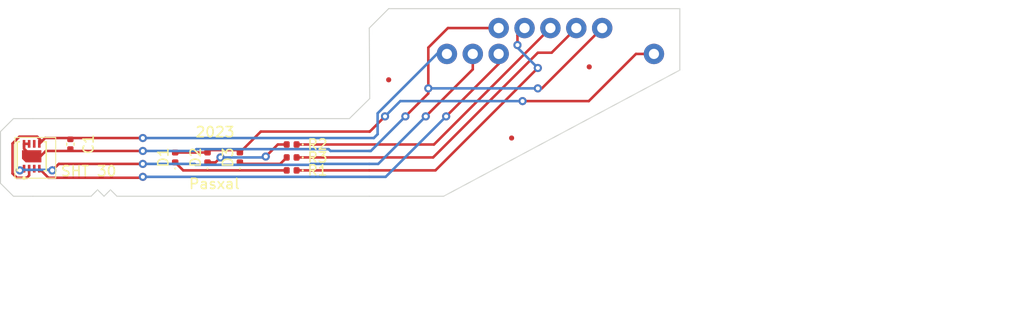
<source format=kicad_pcb>
(kicad_pcb (version 20221018) (generator pcbnew)
  (layers (0 "F.Cu" signal) (31 "B.Cu" signal) (34 "B.Paste" user) (35 "F.Paste" user) (36 "B.SilkS" user "B.Silkscreen") (37 "F.SilkS" user "F.Silkscreen") (38 "B.Mask" user) (39 "F.Mask" user) (44 "Edge.Cuts" user))
  (net 0 "")
  (net 3 "Net-(Interface1-SDA)")
  (net 4 "Net-(D1-K)")
  (net 5 "Net-(D1-A)")
  (net 6 "Net-(Interface1-SCL)")
  (net 7 "Net-(U1-EPAD)")
  (net 8 "Net-(U1-ADDR)")
  (net 9 "Net-(D2-K)")
  (net 10 "Net-(D3-K)")
  (net 11 "Net-(Interface1-P14)")
  (net 12 "Net-(Interface1-P15)")
  (net 13 "Net-(Interface1-PWM)")
  (footprint "LED_SMD:LED_0402_1005Metric" (layer "F.Cu") (at 108.585 81.28 180)
    (fp_text reference "R3" (at -2.54 0) (layer "F.SilkS"))
    (fp_text value "200")
    (fp_circle (center -1.09 0) (end -1.04 0) (stroke (width 0.1)) (fill none) (layer "F.SilkS"))
    (pad "1" smd roundrect (at -0.485 0 180) (size 0.59 0.64) (layers "F.Cu" "F.Paste" "F.Mask") (net 13 "Net-(Interface1-PWM)"))
    (pad "2" smd roundrect (at 0.485 0 180) (size 0.59 0.64) (layers "F.Cu" "F.Paste" "F.Mask") (net 10 "Net-(D3-K)"))
  )
  (footprint "LED_SMD:LED_0402_1005Metric" (layer "F.Cu") (at 108.585 80.01 180)
    (fp_text reference "R2" (at -2.54 0) (layer "F.SilkS"))
    (fp_text value "200")
    (fp_circle (center -1.09 0) (end -1.04 0) (stroke (width 0.1)) (fill none) (layer "F.SilkS"))
    (pad "1" smd roundrect (at -0.485 0 180) (size 0.59 0.64) (layers "F.Cu" "F.Paste" "F.Mask") (net 12 "Net-(Interface1-P15)"))
    (pad "2" smd roundrect (at 0.485 0 180) (size 0.59 0.64) (layers "F.Cu" "F.Paste" "F.Mask") (net 9 "Net-(D2-K)"))
  )
  (footprint "Capacitor_SMD:C_0402_1005Metric" (layer "F.Cu") (at 86.868 79.982 90)
    (fp_text reference "C1" (at 0 1.778 90) (layer "F.SilkS"))
    (fp_text value "100n")
    (fp_line (start -0.107836 -0.36) (end 0.107836 -0.36) (stroke (width 0.12)) (layer "F.SilkS"))
    (fp_line (start -0.107836 0.36) (end 0.107836 0.36) (stroke (width 0.12)) (layer "F.SilkS"))
    (pad "1" smd roundrect (at -0.48 0 90) (size 0.56 0.62) (layers "F.Cu" "F.Paste" "F.Mask") (net 7 "Net-(U1-EPAD)"))
    (pad "2" smd roundrect (at 0.48 0 90) (size 0.56 0.62) (layers "F.Cu" "F.Paste" "F.Mask") (net 8 "Net-(U1-ADDR)"))
  )
  (footprint "Fiducial:Fiducial_0.5mm_Mask1mm" (layer "F.Cu") (at 118.11 73.66)
    (fp_text reference "FID3" hide)
    (fp_text value "Fiducial")
    (pad "" smd circle (at 0 0) (size 0.5 0.5) (layers "F.Cu" "F.Mask") (clearance 0.25))
  )
  (footprint "LED_SMD:LED_0402_1005Metric" (layer "F.Cu") (at 97.155 81.28 90)
    (fp_text reference "D1" (at 0 -1.17 90) (layer "F.SilkS"))
    (fp_text value "LED_Green")
    (fp_circle (center -1.09 0) (end -1.04 0) (stroke (width 0.1)) (fill none) (layer "F.SilkS"))
    (pad "1" smd roundrect (at -0.485 0 90) (size 0.59 0.64) (layers "F.Cu" "F.Paste" "F.Mask") (net 4 "Net-(D1-K)"))
    (pad "2" smd roundrect (at 0.485 0 90) (size 0.59 0.64) (layers "F.Cu" "F.Paste" "F.Mask") (net 5 "Net-(D1-A)"))
  )
  (footprint "Fiducial:Fiducial_0.5mm_Mask1mm" (layer "F.Cu") (at 137.795 72.39)
    (fp_text reference "FID2" hide)
    (fp_text value "Fiducial")
    (pad "" smd circle (at 0 0) (size 0.5 0.5) (layers "F.Cu" "F.Mask") (clearance 0.25))
  )
  (footprint "Fiducial:Fiducial_0.5mm_Mask1mm" (layer "F.Cu") (at 130.175 79.375)
    (fp_text reference "FID1" hide)
    (fp_text value "Fiducial")
    (pad "" smd circle (at 0 0) (size 0.5 0.5) (layers "F.Cu" "F.Mask") (clearance 0.25))
  )
  (footprint "LED_SMD:LED_0402_1005Metric" (layer "F.Cu") (at 108.585 82.55 180)
    (fp_text reference "R1" (at -2.54 0) (layer "F.SilkS"))
    (fp_text value "200")
    (fp_circle (center -1.09 0) (end -1.04 0) (stroke (width 0.1)) (fill none) (layer "F.SilkS"))
    (pad "1" smd roundrect (at -0.485 0 180) (size 0.59 0.64) (layers "F.Cu" "F.Paste" "F.Mask") (net 11 "Net-(Interface1-P14)"))
    (pad "2" smd roundrect (at 0.485 0 180) (size 0.59 0.64) (layers "F.Cu" "F.Paste" "F.Mask") (net 4 "Net-(D1-K)"))
  )
  (footprint "1_sht30:Pi_i2c_interface" (layer "F.Cu") (at 123.825 71.12)
    (fp_text reference "Interface1" hide)
    (fp_text value "~")
    (fp_rect (start -42.4 8.2) (end -38.4 12.2) (stroke (width 0.1)) (fill none) (layer "F.SilkS"))
    (pad "1" thru_hole circle (at 0 0) (size 2 2) (drill 1) (layers "*.Cu" "*.Mask") (net 8 "Net-(U1-ADDR)"))
    (pad "2" thru_hole circle (at 2.54 0) (size 2 2) (drill 1) (layers "*.Cu" "*.Mask") (net 3 "Net-(Interface1-SDA)"))
    (pad "3" thru_hole circle (at 5.08 0) (size 2 2) (drill 1) (layers "*.Cu" "*.Mask") (net 6 "Net-(Interface1-SCL)"))
    (pad "4" thru_hole circle (at 5.08 -2.54) (size 2 2) (drill 1) (layers "*.Cu" "*.Mask") (net 7 "Net-(U1-EPAD)"))
    (pad "5" thru_hole circle (at 7.62 -2.54) (size 2 2) (drill 1) (layers "*.Cu" "*.Mask") (net 11 "Net-(Interface1-P14)"))
    (pad "6" thru_hole circle (at 10.16 -2.54) (size 2 2) (drill 1) (layers "*.Cu" "*.Mask") (net 12 "Net-(Interface1-P15)"))
    (pad "7" thru_hole circle (at 12.7 -2.54) (size 2 2) (drill 1) (layers "*.Cu" "*.Mask") (net 13 "Net-(Interface1-PWM)"))
    (pad "8" thru_hole circle (at 15.24 -2.54) (size 2 2) (drill 1) (layers "*.Cu" "*.Mask") (net 7 "Net-(U1-EPAD)"))
    (pad "9" thru_hole circle (at 20.32 0) (size 2 2) (drill 1) (layers "*.Cu" "*.Mask") (net 5 "Net-(D1-A)"))
  )
  (footprint "1_sht30:SHT3X_DIS_SEN" (layer "F.Cu") (at 83.069811 81.164811 90)
    (fp_text reference "U1" hide)
    (fp_text value "SHT30-DIS")
    (fp_line (start -1.4224 -1.4224) (end -1.4224 -1.209929) (stroke (width 0.1524)) (layer "F.SilkS"))
    (fp_line (start -1.4224 1.209929) (end -1.4224 1.4224) (stroke (width 0.1524)) (layer "F.SilkS"))
    (fp_line (start -1.4224 1.4224) (end 1.4224 1.4224) (stroke (width 0.1524)) (layer "F.SilkS"))
    (fp_line (start 1.4224 -1.4224) (end -1.4224 -1.4224) (stroke (width 0.1524)) (layer "F.SilkS"))
    (fp_line (start 1.4224 -1.209929) (end 1.4224 -1.4224) (stroke (width 0.1524)) (layer "F.SilkS"))
    (fp_line (start 1.4224 1.4224) (end 1.4224 1.209929) (stroke (width 0.1524)) (layer "F.SilkS"))
    (fp_circle (center -2.151126 -0.750189) (end -2.049526 -0.750189) (stroke (width 0.1524)) (fill none) (layer "F.SilkS"))
    (pad "1" smd rect (at -1.2192 -0.750189 90) (size 0.762 0.254) (layers "F.Cu" "F.Paste" "F.Mask") (net 3 "Net-(Interface1-SDA)"))
    (pad "2" smd rect (at -1.2192 -0.250063 90) (size 0.762 0.254) (layers "F.Cu" "F.Paste" "F.Mask") (net 8 "Net-(U1-ADDR)"))
    (pad "3" smd rect (at -1.2192 0.250063 90) (size 0.762 0.254) (layers "F.Cu" "F.Paste" "F.Mask"))
    (pad "4" smd rect (at -1.2192 0.750189 90) (size 0.762 0.254) (layers "F.Cu" "F.Paste" "F.Mask") (net 6 "Net-(Interface1-SCL)"))
    (pad "5" smd rect (at 1.2192 0.750189 90) (size 0.762 0.254) (layers "F.Cu" "F.Paste" "F.Mask") (net 8 "Net-(U1-ADDR)"))
    (pad "6" smd rect (at 1.2192 0.250063 90) (size 0.762 0.254) (layers "F.Cu" "F.Paste" "F.Mask"))
    (pad "7" smd rect (at 1.2192 -0.250063 90) (size 0.762 0.254) (layers "F.Cu" "F.Paste" "F.Mask") (net 7 "Net-(U1-EPAD)"))
    (pad "8" smd rect (at 1.2192 -0.750189 90) (size 0.762 0.254) (layers "F.Cu" "F.Paste" "F.Mask") (net 7 "Net-(U1-EPAD)"))
    (pad "9" smd roundrect (at -0.00155 0 90) (size 1.1969 1.905) (layers "F.Cu" "F.Paste" "F.Mask") (roundrect_rratio 0) (chamfer_ratio 0.3) (chamfer top_left) (net 7 "Net-(U1-EPAD)"))
  )
  (footprint "LED_SMD:LED_0402_1005Metric" (layer "F.Cu") (at 103.505 81.28 90)
    (fp_text reference "D3" (at 0 -1.17 90) (layer "F.SilkS"))
    (fp_text value "LED_Red")
    (fp_circle (center -1.09 0) (end -1.04 0) (stroke (width 0.1)) (fill none) (layer "F.SilkS"))
    (pad "1" smd roundrect (at -0.485 0 90) (size 0.59 0.64) (layers "F.Cu" "F.Paste" "F.Mask") (net 10 "Net-(D3-K)"))
    (pad "2" smd roundrect (at 0.485 0 90) (size 0.59 0.64) (layers "F.Cu" "F.Paste" "F.Mask") (net 5 "Net-(D1-A)"))
  )
  (footprint "LED_SMD:LED_0402_1005Metric" (layer "F.Cu") (at 100.33 81.28 90)
    (fp_text reference "D2" (at 0 -1.17 90) (layer "F.SilkS"))
    (fp_text value "LED_Orange")
    (fp_circle (center -1.09 0) (end -1.04 0) (stroke (width 0.1)) (fill none) (layer "F.SilkS"))
    (pad "1" smd roundrect (at -0.485 0 90) (size 0.59 0.64) (layers "F.Cu" "F.Paste" "F.Mask") (net 9 "Net-(D2-K)"))
    (pad "2" smd roundrect (at 0.485 0 90) (size 0.59 0.64) (layers "F.Cu" "F.Paste" "F.Mask") (net 5 "Net-(D1-A)"))
  )
  (footprint "MountingHole:MountingHole_2.7mm_M2.5" (layer "F.Cu") (at 118.9228 69.85)
    (fp_text reference "H1" hide)
    (fp_text value "MountingHole")
    (pad "" np_thru_hole circle (at 0 0) (size 2.7 2.7) (drill 2.7) (layers "*.Cu" "*.Mask"))
  )
  (gr_line (start 90.805 84.455) (end 91.44 85.09) (stroke (width 0.1)) (layer "Edge.Cuts"))
  (gr_line (start 116.25 75.5) (end 114.25 77.47) (stroke (width 0.1)) (layer "Edge.Cuts"))
  (gr_line (start 123.5 85.09) (end 146.685 72.7075) (stroke (width 0.1)) (layer "Edge.Cuts"))
  (gr_line (start 80.01 83.82) (end 80.01 78.74) (stroke (width 0.1)) (layer "Edge.Cuts"))
  (gr_line (start 80.01 78.74) (end 81.28 77.47) (stroke (width 0.1)) (layer "Edge.Cuts"))
  (gr_line (start 118.11 66.675) (end 116.205 68.58) (stroke (width 0.1)) (layer "Edge.Cuts"))
  (gr_line (start 83.185 85.09) (end 81.28 85.09) (stroke (width 0.1)) (layer "Edge.Cuts"))
  (gr_line (start 146.685 66.675) (end 118.11 66.675) (stroke (width 0.1)) (layer "Edge.Cuts"))
  (gr_line (start 91.44 85.09) (end 116.205 85.09) (stroke (width 0.1)) (layer "Edge.Cuts"))
  (gr_line (start 90.17 85.09) (end 90.805 84.455) (stroke (width 0.1)) (layer "Edge.Cuts"))
  (gr_line (start 83.185 85.09) (end 88.9 85.09) (stroke (width 0.1)) (layer "Edge.Cuts"))
  (gr_line (start 146.685 72.7075) (end 146.685 66.675) (stroke (width 0.1)) (layer "Edge.Cuts"))
  (gr_line (start 81.28 85.09) (end 80.01 83.82) (stroke (width 0.1)) (layer "Edge.Cuts"))
  (gr_line (start 116.205 68.58) (end 116.25 75.5) (stroke (width 0.1)) (layer "Edge.Cuts"))
  (gr_line (start 81.28 77.47) (end 83.185 77.47) (stroke (width 0.1)) (layer "Edge.Cuts"))
  (gr_line (start 88.9 85.09) (end 89.535 84.455) (stroke (width 0.1)) (layer "Edge.Cuts"))
  (gr_line (start 89.535 84.455) (end 90.17 85.09) (stroke (width 0.1)) (layer "Edge.Cuts"))
  (gr_line (start 116.205 85.09) (end 123.5 85.09) (stroke (width 0.1)) (layer "Edge.Cuts"))
  (gr_line (start 83.185 77.47) (end 114.25 77.47) (stroke (width 0.1)) (layer "Edge.Cuts"))
  (gr_text "Pasxal" (at 98.425 84.455) (layer "F.SilkS") (effects (font (size 1 1)) (justify left bottom)))
  (gr_text "SHT 30" (at 85.852 83.2104) (layer "F.SilkS") (effects (font (size 1 1)) (justify left bottom)))
  (gr_text "2023" (at 99.06 79.375) (layer "F.SilkS") (effects (font (size 1 1)) (justify left bottom)))
  (segment (start 121.75 77.25) (end 126.365 72.635) (width 0.25) (layer "F.Cu") (net 3))
  (segment (start 126.365 72.635) (end 126.365 71.12) (width 0.25) (layer "F.Cu") (net 3))
  (segment (start 82.319622 82.384011) (end 82.080989 82.384011) (width 0.25) (layer "F.Cu") (net 3))
  (segment (start 82.080989 82.384011) (end 81.915 82.55) (width 0.25) (layer "F.Cu") (net 3))
  (segment (start 85.725 81.915) (end 85.09 82.55) (width 0.25) (layer "F.Cu") (net 3))
  (segment (start 93.98 81.915) (end 85.725 81.915) (width 0.25) (layer "F.Cu") (net 3))
  (segment (start 81.95 82.55) (end 82.115989 82.384011) (width 0.25) (layer "F.Cu") (net 3))
  (segment (start 81.915 82.55) (end 81.95 82.55) (width 0.25) (layer "F.Cu") (net 3))
  (via (at 85.09 82.55) (size 0.8) (drill 0.4) (layers "F.Cu" "B.Cu") (net 3))
  (via (at 121.75 77.25) (size 0.8) (drill 0.4) (layers "F.Cu" "B.Cu") (net 3))
  (via (at 93.98 81.915) (size 0.8) (drill 0.4) (layers "F.Cu" "B.Cu") (net 3))
  (via (at 81.915 82.55) (size 0.8) (drill 0.4) (layers "F.Cu" "B.Cu") (net 3))
  (via (at 85.09 82.55) (size 0.8) (drill 0.4) (layers "F.Cu" "B.Cu") (net 3))
  (segment (start 99.15 82.005) (end 99.06 81.915) (width 0.25) (layer "B.Cu") (net 3))
  (segment (start 110.4 82.005) (end 99.15 82.005) (width 0.25) (layer "B.Cu") (net 3))
  (segment (start 110.49 81.915) (end 110.4 82.005) (width 0.25) (layer "B.Cu") (net 3))
  (segment (start 117.085 81.915) (end 121.75 77.25) (width 0.25) (layer "B.Cu") (net 3))
  (segment (start 116.205 81.915) (end 117.085 81.915) (width 0.25) (layer "B.Cu") (net 3))
  (segment (start 81.915 82.55) (end 81.965 82.5) (width 0.25) (layer "B.Cu") (net 3))
  (segment (start 99.06 81.915) (end 93.98 81.915) (width 0.25) (layer "B.Cu") (net 3))
  (segment (start 116.205 81.915) (end 110.49 81.915) (width 0.25) (layer "B.Cu") (net 3))
  (segment (start 81.965 82.5) (end 85 82.5) (width 0.25) (layer "B.Cu") (net 3))
  (segment (start 108.1 82.55) (end 97.94 82.55) (width 0.25) (layer "F.Cu") (net 4))
  (segment (start 97.94 82.55) (end 97.155 81.765) (width 0.25) (layer "F.Cu") (net 4))
  (segment (start 137.75 75.75) (end 142.38 71.12) (width 0.25) (layer "F.Cu") (net 5))
  (segment (start 100.57 80.555) (end 103.265 80.555) (width 0.25) (layer "F.Cu") (net 5))
  (segment (start 131.25 75.75) (end 137.75 75.75) (width 0.25) (layer "F.Cu") (net 5))
  (segment (start 100.33 80.795) (end 100.57 80.555) (width 0.25) (layer "F.Cu") (net 5))
  (segment (start 142.38 71.12) (end 144.145 71.12) (width 0.25) (layer "F.Cu") (net 5))
  (segment (start 116.205 78.74) (end 116.26 78.74) (width 0.25) (layer "F.Cu") (net 5))
  (segment (start 103.505 80.795) (end 105.56 78.74) (width 0.25) (layer "F.Cu") (net 5))
  (segment (start 105.56 78.74) (end 116.205 78.74) (width 0.25) (layer "F.Cu") (net 5))
  (segment (start 97.155 80.795) (end 100.33 80.795) (width 0.25) (layer "F.Cu") (net 5))
  (segment (start 116.26 78.74) (end 117.75 77.25) (width 0.25) (layer "F.Cu") (net 5))
  (segment (start 103.265 80.555) (end 103.505 80.795) (width 0.25) (layer "F.Cu") (net 5))
  (via (at 131.25 75.75) (size 0.8) (drill 0.4) (layers "F.Cu" "B.Cu") (net 5))
  (via (at 117.75 77.25) (size 0.8) (drill 0.4) (layers "F.Cu" "B.Cu") (net 5))
  (segment (start 119.25 75.75) (end 117.75 77.25) (width 0.25) (layer "B.Cu") (net 5))
  (segment (start 131.25 75.75) (end 119.25 75.75) (width 0.25) (layer "B.Cu") (net 5))
  (segment (start 93.98 83.185) (end 93.89 83.275) (width 0.25) (layer "F.Cu") (net 6))
  (segment (start 84.710989 83.275) (end 83.82 82.384011) (width 0.25) (layer "F.Cu") (net 6))
  (segment (start 123.75 77.25) (end 128.905 72.095) (width 0.25) (layer "F.Cu") (net 6))
  (segment (start 128.905 72.095) (end 128.905 71.12) (width 0.25) (layer "F.Cu") (net 6))
  (segment (start 93.89 83.275) (end 84.710989 83.275) (width 0.25) (layer "F.Cu") (net 6))
  (via (at 123.75 77.25) (size 0.8) (drill 0.4) (layers "F.Cu" "B.Cu") (net 6))
  (via (at 93.98 83.185) (size 0.8) (drill 0.4) (layers "F.Cu" "B.Cu") (net 6))
  (segment (start 116.205 83.185) (end 117.815 83.185) (width 0.25) (layer "B.Cu") (net 6))
  (segment (start 116.205 83.185) (end 93.98 83.185) (width 0.25) (layer "B.Cu") (net 6))
  (segment (start 117.815 83.185) (end 123.75 77.25) (width 0.25) (layer "B.Cu") (net 6))
  (segment (start 122 74.5) (end 122 70.5) (width 0.25) (layer "F.Cu") (net 7))
  (segment (start 82.319622 80.414622) (end 83.069811 81.164811) (width 0.25) (layer "F.Cu") (net 7))
  (segment (start 93.98 80.645) (end 84.455 80.645) (width 0.25) (layer "F.Cu") (net 7))
  (segment (start 123.92 68.58) (end 128.905 68.58) (width 0.25) (layer "F.Cu") (net 7))
  (segment (start 133.145 74.5) (end 139.065 68.58) (width 0.25) (layer "F.Cu") (net 7))
  (segment (start 122 75) (end 122 74.5) (width 0.25) (layer "F.Cu") (net 7))
  (segment (start 82.319622 79.945611) (end 82.319622 80.414622) (width 0.25) (layer "F.Cu") (net 7))
  (segment (start 84.455 80.645) (end 83.935189 81.164811) (width 0.25) (layer "F.Cu") (net 7))
  (segment (start 132.75 74.5) (end 133.145 74.5) (width 0.25) (layer "F.Cu") (net 7))
  (segment (start 83.935189 81.164811) (end 83.069811 81.164811) (width 0.25) (layer "F.Cu") (net 7))
  (segment (start 119.75 77.25) (end 122 75) (width 0.25) (layer "F.Cu") (net 7))
  (segment (start 82.319622 79.945611) (end 82.819748 79.945611) (width 0.25) (layer "F.Cu") (net 7))
  (segment (start 122 70.5) (end 123.92 68.58) (width 0.25) (layer "F.Cu") (net 7))
  (via (at 122 74.5) (size 0.8) (drill 0.4) (layers "F.Cu" "B.Cu") (net 7))
  (via (at 132.75 74.5) (size 0.8) (drill 0.4) (layers "F.Cu" "B.Cu") (net 7))
  (via (at 119.75 77.25) (size 0.8) (drill 0.4) (layers "F.Cu" "B.Cu") (net 7))
  (via (at 93.98 80.645) (size 0.8) (drill 0.4) (layers "F.Cu" "B.Cu") (net 7))
  (segment (start 112.2155 80.4655) (end 99.2395 80.4655) (width 0.25) (layer "B.Cu") (net 7))
  (segment (start 132.75 74.5) (end 122 74.5) (width 0.25) (layer "B.Cu") (net 7))
  (segment (start 116.205 80.645) (end 116.355 80.645) (width 0.25) (layer "B.Cu") (net 7))
  (segment (start 112.395 80.645) (end 112.2155 80.4655) (width 0.25) (layer "B.Cu") (net 7))
  (segment (start 116.205 80.645) (end 112.395 80.645) (width 0.25) (layer "B.Cu") (net 7))
  (segment (start 99.2395 80.4655) (end 99.06 80.645) (width 0.25) (layer "B.Cu") (net 7))
  (segment (start 116.355 80.645) (end 119.75 77.25) (width 0.25) (layer "B.Cu") (net 7))
  (segment (start 99.06 80.645) (end 93.98 80.645) (width 0.25) (layer "B.Cu") (net 7))
  (segment (start 83.608411 79.239611) (end 84.067206 79.698406) (width 0.25) (layer "F.Cu") (net 8))
  (segment (start 82.586633 83.275) (end 81.614695 83.275) (width 0.25) (layer "F.Cu") (net 8))
  (segment (start 81.19 82.850305) (end 81.19 79.917233) (width 0.25) (layer "F.Cu") (net 8))
  (segment (start 81.614695 83.275) (end 81.19 82.850305) (width 0.25) (layer "F.Cu") (net 8))
  (segment (start 82.819748 82.384011) (end 82.819748 83.041885) (width 0.25) (layer "F.Cu") (net 8))
  (segment (start 93.98 79.375) (end 84.390611 79.375) (width 0.25) (layer "F.Cu") (net 8))
  (segment (start 81.867622 79.239611) (end 83.608411 79.239611) (width 0.25) (layer "F.Cu") (net 8))
  (segment (start 82.819748 83.041885) (end 82.586633 83.275) (width 0.25) (layer "F.Cu") (net 8))
  (segment (start 84.390611 79.375) (end 84.067206 79.698406) (width 0.25) (layer "F.Cu") (net 8))
  (segment (start 81.19 79.917233) (end 81.867622 79.239611) (width 0.25) (layer "F.Cu") (net 8))
  (segment (start 84.067206 79.698406) (end 83.82 79.945611) (width 0.25) (layer "F.Cu") (net 8))
  (via (at 93.98 79.375) (size 0.8) (drill 0.4) (layers "F.Cu" "B.Cu") (net 8))
  (segment (start 116.650305 79.375) (end 117.025 79.000305) (width 0.25) (layer "B.Cu") (net 8))
  (segment (start 117.025 79.000305) (end 117.025 76.949695) (width 0.25) (layer "B.Cu") (net 8))
  (segment (start 93.98 79.375) (end 116.650305 79.375) (width 0.25) (layer "B.Cu") (net 8))
  (segment (start 117.025 76.949695) (end 122.854695 71.12) (width 0.25) (layer "B.Cu") (net 8))
  (segment (start 122.854695 71.12) (end 123.825 71.12) (width 0.25) (layer "B.Cu") (net 8))
  (segment (start 107.2255 80.01) (end 108.1 80.01) (width 0.25) (layer "F.Cu") (net 9))
  (segment (start 101.6 81.28) (end 101.115 81.765) (width 0.25) (layer "F.Cu") (net 9))
  (segment (start 101.115 81.765) (end 100.33 81.765) (width 0.25) (layer "F.Cu") (net 9))
  (segment (start 106.045 81.1905) (end 107.2255 80.01) (width 0.25) (layer "F.Cu") (net 9))
  (via (at 106.045 81.1905) (size 0.8) (drill 0.4) (layers "F.Cu" "B.Cu") (net 9))
  (via (at 101.6 81.28) (size 0.8) (drill 0.4) (layers "F.Cu" "B.Cu") (net 9))
  (segment (start 106.045 81.1905) (end 105.9555 81.28) (width 0.25) (layer "B.Cu") (net 9))
  (segment (start 105.9555 81.28) (end 101.6 81.28) (width 0.25) (layer "B.Cu") (net 9))
  (segment (start 107.465 81.915) (end 103.655 81.915) (width 0.25) (layer "F.Cu") (net 10))
  (segment (start 103.655 81.915) (end 103.505 81.765) (width 0.25) (layer "F.Cu") (net 10))
  (segment (start 108.1 81.28) (end 107.465 81.915) (width 0.25) (layer "F.Cu") (net 10))
  (segment (start 122.7 82.55) (end 132.75 72.5) (width 0.25) (layer "F.Cu") (net 11))
  (segment (start 131.445 68.58) (end 130.75 69.275) (width 0.25) (layer "F.Cu") (net 11))
  (segment (start 109.07 82.55) (end 116.205 82.55) (width 0.25) (layer "F.Cu") (net 11))
  (segment (start 130.75 69.275) (end 130.75 70.25) (width 0.25) (layer "F.Cu") (net 11))
  (segment (start 116.205 82.55) (end 122.7 82.55) (width 0.25) (layer "F.Cu") (net 11))
  (via (at 130.75 70.25) (size 0.8) (drill 0.4) (layers "F.Cu" "B.Cu") (net 11))
  (via (at 132.75 72.5) (size 0.8) (drill 0.4) (layers "F.Cu" "B.Cu") (net 11))
  (segment (start 130.75 70.5) (end 130.75 70.25) (width 0.25) (layer "B.Cu") (net 11))
  (segment (start 132.75 72.5) (end 130.75 70.5) (width 0.25) (layer "B.Cu") (net 11))
  (segment (start 122.555 80.01) (end 133.985 68.58) (width 0.25) (layer "F.Cu") (net 12))
  (segment (start 109.07 80.01) (end 122.555 80.01) (width 0.25) (layer "F.Cu") (net 12))
  (segment (start 134.105 71) (end 136.525 68.58) (width 0.25) (layer "F.Cu") (net 13))
  (segment (start 109.07 81.28) (end 122.47 81.28) (width 0.25) (layer "F.Cu") (net 13))
  (segment (start 132.75 71) (end 134.105 71) (width 0.25) (layer "F.Cu") (net 13))
  (segment (start 122.47 81.28) (end 132.75 71) (width 0.25) (layer "F.Cu") (net 13))
)
</source>
